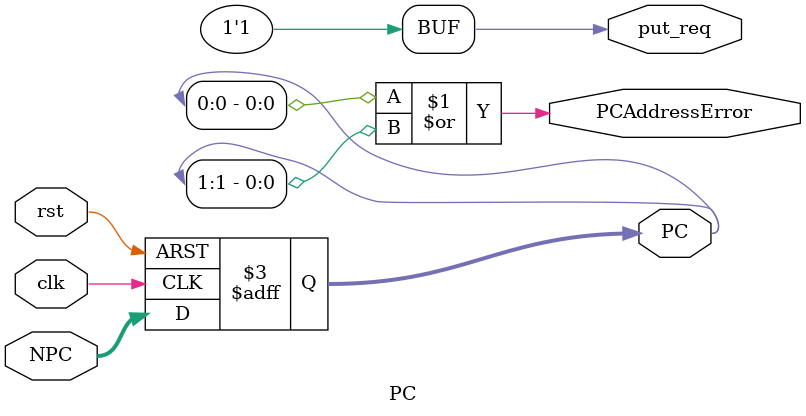
<source format=v>
module PC(rst,clk, NPC, PC, PCAddressError, put_req);
    
    input [31:0] NPC;
    input clk,rst;
    output reg [31:0] PC;
    output PCAddressError;
    output put_req;

    assign PCAddressError = (PC[0]|PC[1]);

    always @(posedge clk or posedge rst)
        if(rst)
            PC <= 32'hbfc0_0000-32'h4;
        else
            PC <= NPC;
    /*
    always @(posedge clk) begin
        put_req <= !addr_ok ? put_req:
                    (PC == NPC) ? 1'b0: 1'b1;
    end
    */
    assign put_req = 1;
endmodule

</source>
